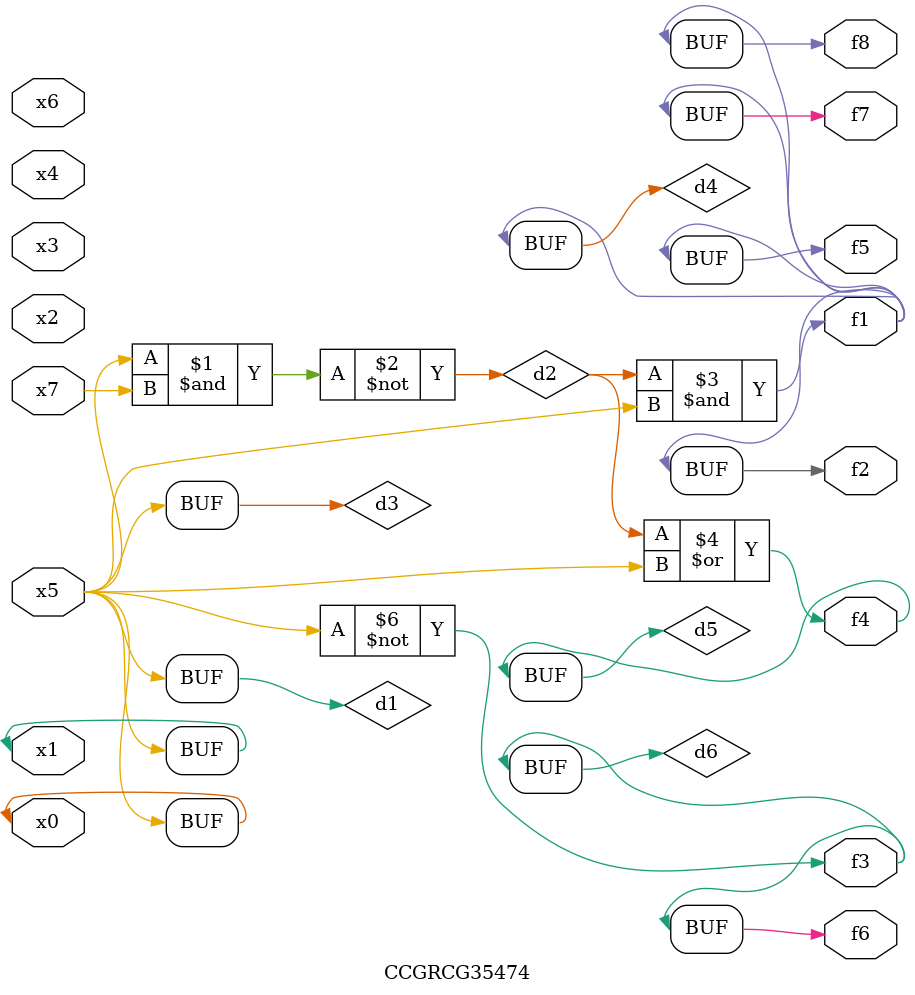
<source format=v>
module CCGRCG35474(
	input x0, x1, x2, x3, x4, x5, x6, x7,
	output f1, f2, f3, f4, f5, f6, f7, f8
);

	wire d1, d2, d3, d4, d5, d6;

	buf (d1, x0, x5);
	nand (d2, x5, x7);
	buf (d3, x0, x1);
	and (d4, d2, d3);
	or (d5, d2, d3);
	nor (d6, d1, d3);
	assign f1 = d4;
	assign f2 = d4;
	assign f3 = d6;
	assign f4 = d5;
	assign f5 = d4;
	assign f6 = d6;
	assign f7 = d4;
	assign f8 = d4;
endmodule

</source>
